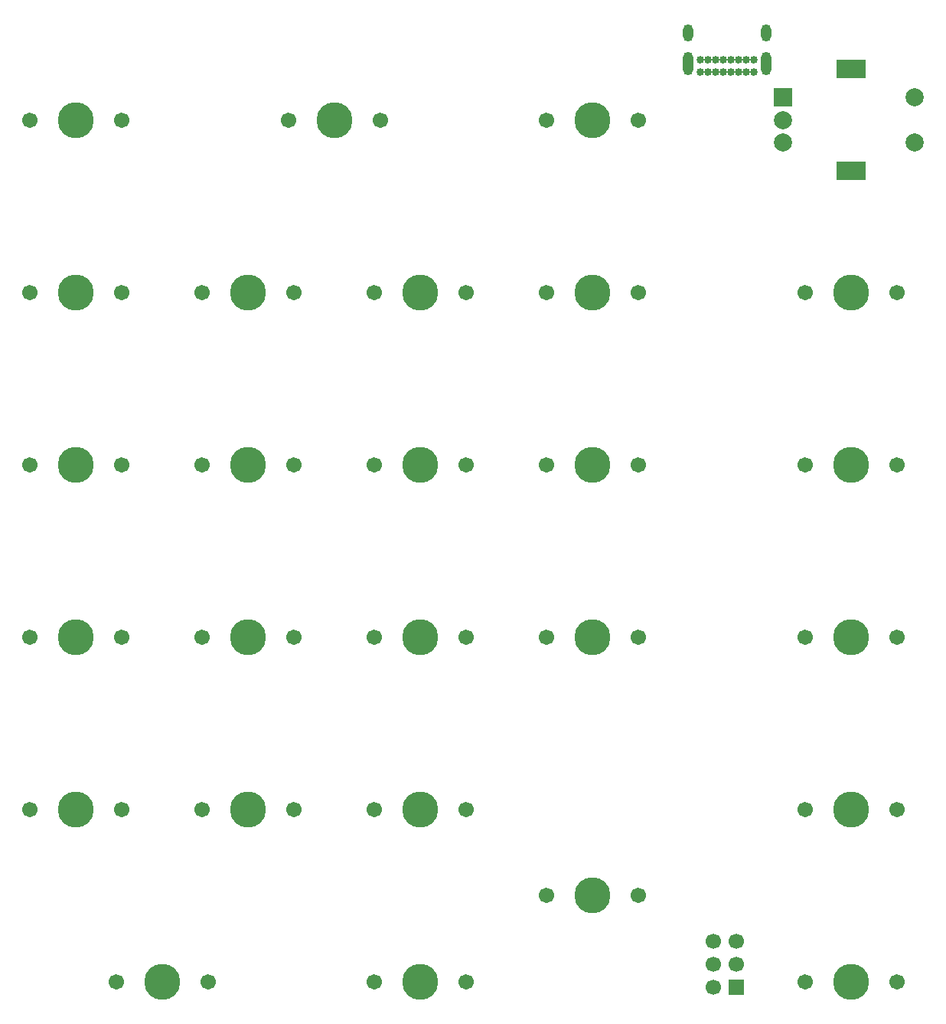
<source format=gbr>
%TF.GenerationSoftware,KiCad,Pcbnew,9.0.2*%
%TF.CreationDate,2025-08-17T15:34:09-06:00*%
%TF.ProjectId,keypadV2-compact,6b657970-6164-4563-922d-636f6d706163,rev?*%
%TF.SameCoordinates,Original*%
%TF.FileFunction,Soldermask,Top*%
%TF.FilePolarity,Negative*%
%FSLAX46Y46*%
G04 Gerber Fmt 4.6, Leading zero omitted, Abs format (unit mm)*
G04 Created by KiCad (PCBNEW 9.0.2) date 2025-08-17 15:34:09*
%MOMM*%
%LPD*%
G01*
G04 APERTURE LIST*
%ADD10R,1.700000X1.700000*%
%ADD11C,1.700000*%
%ADD12C,3.987800*%
%ADD13C,1.701800*%
%ADD14R,2.000000X2.000000*%
%ADD15C,2.000000*%
%ADD16R,3.200000X2.000000*%
%ADD17C,0.854000*%
%ADD18O,1.104000X1.904000*%
%ADD19O,1.104000X2.604000*%
G04 APERTURE END LIST*
D10*
%TO.C,J2*%
X157455000Y-229190000D03*
D11*
X154915000Y-229190000D03*
X157455000Y-226650000D03*
X154915000Y-226650000D03*
X157455000Y-224110000D03*
X154915000Y-224110000D03*
%TD*%
D12*
%TO.C,S10*%
X122555000Y-171450000D03*
D13*
X117475000Y-171450000D03*
X127635000Y-171450000D03*
%TD*%
D12*
%TO.C,S11*%
X141605000Y-171450000D03*
D13*
X136525000Y-171450000D03*
X146685000Y-171450000D03*
%TD*%
D12*
%TO.C,S9*%
X103505000Y-171450000D03*
D13*
X98425000Y-171450000D03*
X108585000Y-171450000D03*
%TD*%
D12*
%TO.C,S16*%
X84455000Y-209550000D03*
D13*
X79375000Y-209550000D03*
X89535000Y-209550000D03*
%TD*%
D12*
%TO.C,S12*%
X84455000Y-190500000D03*
D13*
X79375000Y-190500000D03*
X89535000Y-190500000D03*
%TD*%
%TO.C,S19*%
X136525000Y-219075000D03*
D12*
X141605000Y-219075000D03*
D13*
X146685000Y-219075000D03*
%TD*%
D12*
%TO.C,S25*%
X170180000Y-209550000D03*
D13*
X165100000Y-209550000D03*
X175260000Y-209550000D03*
%TD*%
D12*
%TO.C,S7*%
X141605000Y-152400000D03*
D13*
X136525000Y-152400000D03*
X146685000Y-152400000D03*
%TD*%
D12*
%TO.C,S18*%
X122555000Y-209550000D03*
D13*
X117475000Y-209550000D03*
X127635000Y-209550000D03*
%TD*%
D12*
%TO.C,S23*%
X170180000Y-171450000D03*
D13*
X165100000Y-171450000D03*
X175260000Y-171450000D03*
%TD*%
D12*
%TO.C,S5*%
X103505000Y-152400000D03*
D13*
X98425000Y-152400000D03*
X108585000Y-152400000D03*
%TD*%
D12*
%TO.C,S8*%
X84455000Y-171450000D03*
D13*
X79375000Y-171450000D03*
X89535000Y-171450000D03*
%TD*%
D12*
%TO.C,S26*%
X170180000Y-228600000D03*
D13*
X165100000Y-228600000D03*
X175260000Y-228600000D03*
%TD*%
D12*
%TO.C,S13*%
X103505000Y-190500000D03*
D13*
X98425000Y-190500000D03*
X108585000Y-190500000D03*
%TD*%
D14*
%TO.C,SW2*%
X162680000Y-130850000D03*
D15*
X162680000Y-135850000D03*
X162680000Y-133350000D03*
D16*
X170180000Y-127750000D03*
X170180000Y-138950000D03*
D15*
X177180000Y-135850000D03*
X177180000Y-130850000D03*
%TD*%
D12*
%TO.C,S4*%
X84455000Y-152400000D03*
D13*
X79375000Y-152400000D03*
X89535000Y-152400000D03*
%TD*%
D12*
%TO.C,S1*%
X84455000Y-133350000D03*
D13*
X79375000Y-133350000D03*
X89535000Y-133350000D03*
%TD*%
D12*
%TO.C,S24*%
X170180000Y-190500000D03*
D13*
X165100000Y-190500000D03*
X175260000Y-190500000D03*
%TD*%
D12*
%TO.C,S22*%
X170180000Y-152400000D03*
D13*
X165100000Y-152400000D03*
X175260000Y-152400000D03*
%TD*%
%TO.C,S2*%
X107957000Y-133350000D03*
D12*
X113037000Y-133350000D03*
D13*
X118117000Y-133350000D03*
%TD*%
D12*
%TO.C,S6*%
X122555000Y-152400000D03*
D13*
X117475000Y-152400000D03*
X127635000Y-152400000D03*
%TD*%
%TO.C,S20*%
X88900000Y-228600000D03*
D12*
X93980000Y-228600000D03*
D13*
X99060000Y-228600000D03*
%TD*%
D12*
%TO.C,S15*%
X141605000Y-190500000D03*
D13*
X136525000Y-190500000D03*
X146685000Y-190500000D03*
%TD*%
D12*
%TO.C,S21*%
X122555000Y-228600000D03*
D13*
X117475000Y-228600000D03*
X127635000Y-228600000D03*
%TD*%
D12*
%TO.C,S14*%
X122555000Y-190500000D03*
D13*
X117475000Y-190500000D03*
X127635000Y-190500000D03*
%TD*%
D12*
%TO.C,S17*%
X103505000Y-209550000D03*
D13*
X98425000Y-209550000D03*
X108585000Y-209550000D03*
%TD*%
D12*
%TO.C,S3*%
X141605000Y-133350000D03*
D13*
X136525000Y-133350000D03*
X146685000Y-133350000D03*
%TD*%
D17*
%TO.C,J1*%
X153505000Y-128072500D03*
X154355000Y-128072500D03*
X155205000Y-128072500D03*
X156055000Y-128072500D03*
X156905000Y-128072500D03*
X157755000Y-128072500D03*
X158605000Y-128072500D03*
X159455000Y-128072500D03*
X159455000Y-126722500D03*
X158605000Y-126722500D03*
X157755000Y-126722500D03*
X156905000Y-126722500D03*
X156055000Y-126722500D03*
X155205000Y-126722500D03*
X154355000Y-126722500D03*
X153505000Y-126722500D03*
D18*
X152155000Y-123712500D03*
X160805000Y-123712500D03*
D19*
X152155000Y-127092500D03*
X160805000Y-127092500D03*
%TD*%
M02*

</source>
